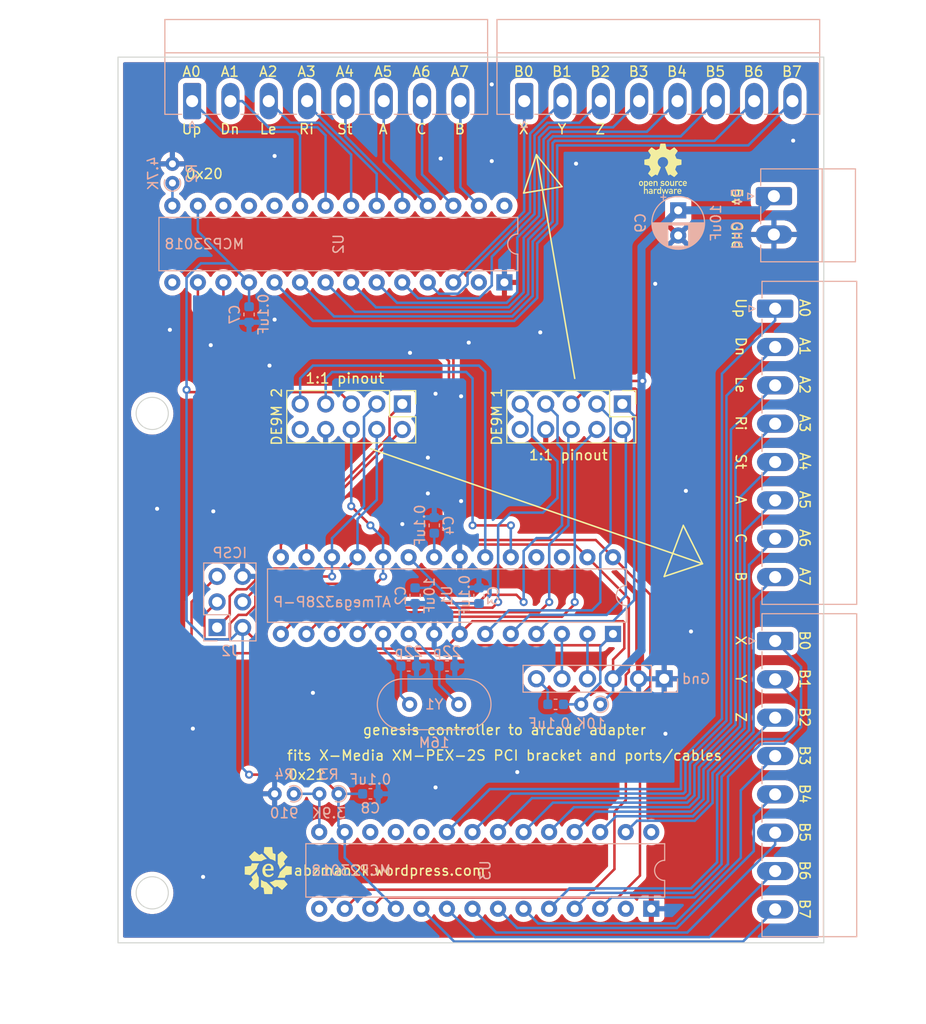
<source format=kicad_pcb>
(kicad_pcb (version 20211014) (generator pcbnew)
  (layers (0 "F.Cu" signal) (31 "B.Cu" signal) (34 "B.Paste" user) (35 "F.Paste" user) (36 "B.SilkS" user "B.Silkscreen") (37 "F.SilkS" user "F.Silkscreen") (38 "B.Mask" user) (39 "F.Mask" user) (44 "Edge.Cuts" user))
  (net 0 "")
  (net 1 "Net-(C1-Pad1)")
  (net 2 "{slash}RESET")
  (net 3 "+5V")
  (net 4 "GND")
  (net 5 "Net-(C4-Pad1)")
  (net 6 "Net-(C5-Pad1)")
  (net 7 "Net-(C6-Pad1)")
  (net 8 "Rx")
  (net 9 "Tx")
  (net 10 "D10")
  (net 11 "D2")
  (net 12 "D3")
  (net 13 "D4")
  (net 14 "D5")
  (net 15 "D6")
  (net 16 "D8")
  (net 17 "D7")
  (net 19 "D9")
  (net 20 "D11")
  (net 21 "D12")
  (net 22 "D13")
  (net 23 "A1")
  (net 24 "A0")
  (net 26 "Net-(J5-Pad1)")
  (net 27 "Net-(J5-Pad2)")
  (net 28 "Net-(J5-Pad3)")
  (net 29 "Net-(J5-Pad4)")
  (net 30 "Net-(J5-Pad5)")
  (net 31 "Net-(J5-Pad6)")
  (net 32 "Net-(J5-Pad7)")
  (net 33 "Net-(J5-Pad8)")
  (net 34 "Net-(J6-Pad1)")
  (net 35 "Net-(J6-Pad2)")
  (net 36 "Net-(J6-Pad3)")
  (net 37 "Net-(J6-Pad4)")
  (net 38 "Net-(J6-Pad5)")
  (net 39 "Net-(J6-Pad6)")
  (net 40 "Net-(J6-Pad7)")
  (net 41 "Net-(J6-Pad8)")
  (net 42 "Net-(J7-Pad1)")
  (net 43 "Net-(J7-Pad2)")
  (net 44 "Net-(J7-Pad3)")
  (net 45 "Net-(J7-Pad4)")
  (net 46 "Net-(J7-Pad5)")
  (net 47 "Net-(J7-Pad6)")
  (net 48 "Net-(J7-Pad7)")
  (net 49 "Net-(J7-Pad8)")
  (net 50 "Net-(J8-Pad1)")
  (net 51 "Net-(J8-Pad2)")
  (net 52 "Net-(J8-Pad3)")
  (net 53 "Net-(J8-Pad4)")
  (net 54 "Net-(J8-Pad5)")
  (net 55 "Net-(J8-Pad6)")
  (net 56 "Net-(J8-Pad7)")
  (net 57 "Net-(J8-Pad8)")
  (net 58 "Net-(R2-Pad1)")
  (net 59 "Net-(R3-Pad2)")
  (net 66 "SCL")
  (net 67 "SDA")
  (footprint "Evan's misc parts:Evan Logo" (layer "F.Cu") (at 131.445 139.065)
    (fp_text reference "G***" hide)
    (fp_text value "LOGO" hide)
  )
  (footprint "Evan's misc parts:OSHW gear" (layer "F.Cu") (at 170.688 69.342)
    (fp_text reference "G***" hide)
    (fp_text value "LOGO" hide)
  )
  (footprint "Connector_PinHeader_2.54mm:PinHeader_2x05_P2.54mm_Vertical" (layer "F.Cu") (at 166.66 92.71 -90)
    (fp_text reference "J3" hide)
    (fp_text value "DE9M 1")
  )
  (footprint "Connector_PinHeader_2.54mm:PinHeader_2x05_P2.54mm_Vertical" (layer "F.Cu") (at 144.78 92.71 -90)
    (fp_text reference "J4" hide)
    (fp_text value "DE9M 2")
  )
  (footprint "Connector_Phoenix_MC:PhoenixContact_MC_1,5_8-G-3.81_1x08_P3.81mm_Horizontal" (layer "B.Cu") (at 123.88 62.6225)
    (fp_text reference "J6" hide)
    (fp_text value "Conn_01x08")
  )
  (footprint "Connector_Phoenix_MC:PhoenixContact_MC_1,5_8-G-3.81_1x08_P3.81mm_Horizontal" (layer "B.Cu") (at 156.9 62.6225)
    (fp_text reference "J5" hide)
    (fp_text value "Conn_01x08")
  )
  (footprint "Connector_PinHeader_2.54mm:PinHeader_1x06_P2.54mm_Vertical" (layer "B.Cu") (at 170.815 120.015 90)
    (fp_text reference "J1" hide)
    (fp_text value "FTDI")
  )
  (footprint "Connector_Phoenix_MC:PhoenixContact_MC_1,5_8-G-3.81_1x08_P3.81mm_Horizontal" (layer "B.Cu") (at 181.8525 116.26 -90)
    (fp_text reference "J7" hide)
    (fp_text value "Conn_01x08")
  )
  (footprint "Capacitor_SMD:C_0603_1608Metric" (layer "B.Cu") (at 145.415 118.745)
    (fp_text reference "C5" hide)
    (fp_text value "22p")
  )
  (footprint "Package_DIP:DIP-28_W7.62mm" (layer "B.Cu") (at 169.535 142.865 90)
    (fp_text reference "U3")
    (fp_text value "MCP23018")
  )
  (footprint "Package_DIP:DIP-28_W7.62mm" (layer "B.Cu") (at 165.725 115.56 90)
    (fp_text reference "U1")
    (fp_text value "ATmega328P-P")
  )
  (footprint "Crystal:Crystal_HC49-U_Vertical" (layer "B.Cu") (at 145.505 122.555)
    (fp_text reference "Y1")
    (fp_text value "16M")
  )
  (footprint "Package_DIP:DIP-28_W7.62mm" (layer "B.Cu") (at 154.93 80.635 90)
    (fp_text reference "U2")
    (fp_text value "MCP23018")
  )
  (footprint "Resistor_THT:R_Axial_DIN0204_L3.6mm_D1.6mm_P1.90mm_Vertical" (layer "B.Cu") (at 164.465 122.555 180)
    (fp_text reference "R1" hide)
    (fp_text value "10K")
  )
  (footprint "Capacitor_SMD:C_0603_1608Metric" (layer "B.Cu") (at 129.54 83.82 -90)
    (fp_text reference "C7")
    (fp_text value "0.1uF")
  )
  (footprint "Connector_Phoenix_MC:PhoenixContact_MC_1,5_8-G-3.81_1x08_P3.81mm_Horizontal" (layer "B.Cu") (at 181.8525 83.24 -90)
    (fp_text reference "J8" hide)
    (fp_text value "Conn_01x08")
  )
  (footprint "Capacitor_SMD:C_0603_1608Metric" (layer "B.Cu") (at 147.955 104.775 90)
    (fp_text reference "C4")
    (fp_text value "0.1uF")
  )
  (footprint "Capacitor_SMD:C_0603_1608Metric" (layer "B.Cu") (at 141.605 131.445)
    (fp_text reference "C8")
    (fp_text value "0.1uF")
  )
  (footprint "Connector_PinHeader_2.54mm:PinHeader_2x03_P2.54mm_Vertical" (layer "B.Cu") (at 126.36 114.92)
    (fp_text reference "J2")
    (fp_text value "ICSP")
  )
  (footprint "Connector_Phoenix_MC:PhoenixContact_MC_1,5_2-G-3.81_1x02_P3.81mm_Horizontal" (layer "B.Cu") (at 181.7255 72.064 -90)
    (fp_text reference "J9" hide)
    (fp_text value "Conn_01x02")
  )
  (footprint "Resistor_THT:R_Axial_DIN0204_L3.6mm_D1.6mm_P1.90mm_Vertical" (layer "B.Cu") (at 138.43 131.445 180)
    (fp_text reference "R3")
    (fp_text value "3.9K")
  )
  (footprint "Capacitor_SMD:C_0603_1608Metric" (layer "B.Cu") (at 152.4 111.76 90)
    (fp_text reference "C3")
    (fp_text value "0.1uF")
  )
  (footprint "Capacitor_THT:CP_Radial_D5.0mm_P2.50mm" (layer "B.Cu") (at 172.212 73.470888 -90)
    (fp_text reference "C9")
    (fp_text value "10uF")
  )
  (footprint "Capacitor_SMD:C_0603_1608Metric" (layer "B.Cu") (at 149.225 118.745)
    (fp_text reference "C6" hide)
    (fp_text value "22p")
  )
  (footprint "Resistor_THT:R_Axial_DIN0204_L3.6mm_D1.6mm_P1.90mm_Vertical" (layer "B.Cu") (at 133.985 131.445 180)
    (fp_text reference "R4")
    (fp_text value "910")
  )
  (footprint "Capacitor_SMD:C_0603_1608Metric" (layer "B.Cu") (at 160.02 122.555)
    (fp_text reference "C1" hide)
    (fp_text value "0.1uF")
  )
  (footprint "Capacitor_SMD:C_0603_1608Metric" (layer "B.Cu") (at 146.05 111.76 -90)
    (fp_text reference "C2")
    (fp_text value "10uF")
  )
  (footprint "Resistor_THT:R_Axial_DIN0204_L3.6mm_D1.6mm_P1.90mm_Vertical" (layer "B.Cu") (at 121.92 70.755 90)
    (fp_text reference "R2")
    (fp_text value "4.7K")
  )
  (gr_line (start 160.655 71.12) (end 158.115 67.945) (layer "F.SilkS") (width 0.15))
  (gr_line (start 158.115 67.945) (end 156.845 71.755) (layer "F.SilkS") (width 0.15))
  (gr_line (start 156.845 71.755) (end 160.655 71.12) (layer "F.SilkS") (width 0.15))
  (gr_line (start 174.625 108.585) (end 172.72 104.775) (layer "F.SilkS") (width 0.15))
  (gr_line (start 161.925 90.17) (end 158.115 67.945) (layer "F.SilkS") (width 0.15))
  (gr_line (start 141.605 97.155) (end 174.625 108.585) (layer "F.SilkS") (width 0.15))
  (gr_line (start 172.72 104.775) (end 170.815 109.855) (layer "F.SilkS") (width 0.15))
  (gr_line (start 170.815 109.855) (end 174.625 108.585) (layer "F.SilkS") (width 0.15))
  (gr_line (start 186.69 146.25) (end 186.69 58.25) (layer "Edge.Cuts") (width 0.1))
  (gr_line (start 116.51 58.25) (end 116.51 146.25) (layer "Edge.Cuts") (width 0.1))
  (gr_circle (center 119.91 141.283333) (end 121.51 141.283333) (layer "Edge.Cuts") (width 0.1) (fill none))
  (gr_line (start 116.51 146.25) (end 186.69 146.25) (layer "Edge.Cuts") (width 0.1))
  (gr_circle (center 119.91 93.65) (end 121.51 93.65) (layer "Edge.Cuts") (width 0.1) (fill none))
  (gr_line (start 116.51 58.25) (end 186.69 58.25) (layer "Edge.Cuts") (width 0.1))
  (gr_text "Gnd" (at 173.99 120.015) (layer "B.SilkS") (effects (font (size 1 1)) (justify mirror)))
  (gr_text "5v" (at 178.054 72.136 -270) (layer "B.SilkS") (effects (font (size 1 1)) (justify mirror)))
  (gr_text "Gnd" (at 178.054 75.946 -270) (layer "B.SilkS") (effects (font (size 1 1)) (justify mirror)))
  (gr_text "B5" (at 175.895 59.69) (layer "F.SilkS") (effects (font (size 1 1))))
  (gr_text "B1" (at 184.785 120.015 270) (layer "F.SilkS") (effects (font (size 1 1))))
  (gr_text "A5" (at 142.875 59.69) (layer "F.SilkS") (effects (font (size 1 1))))
  (gr_text "B2" (at 184.785 123.825 270) (layer "F.SilkS") (effects (font (size 1 1))))
  (gr_text "B3" (at 184.785 127.635 270) (layer "F.SilkS") (effects (font (size 1 1))))
  (gr_text "B5" (at 184.785 135.255 270) (layer "F.SilkS") (effects (font (size 1 1))))
  (gr_text "A" (at 142.875 65.405) (layer "F.SilkS") (effects (font (size 1 1))))
  (gr_text "Le" (at 131.445 65.405) (layer "F.SilkS") (effects (font (size 1 1))))
  (gr_text "5v" (at 178.054 72.136 270) (layer "F.SilkS") (effects (font (size 1 1))))
  (gr_text "A4" (at 184.785 98.425 270) (layer "F.SilkS") (effects (font (size 1 1))))
  (gr_text "A0" (at 184.785 83.185 270) (layer "F.SilkS") (effects (font (size 1 1))))
  (gr_text "Z" (at 178.435 123.825 270) (layer "F.SilkS") (effects (font (size 1 1))))
  (gr_text "fits X-Media XM-PEX-2S PCI bracket and ports/cables" (at 154.94 127.635) (layer "F.SilkS") (effects (font (size 1 1))))
  (gr_text "A1" (at 184.785 86.995 270) (layer "F.SilkS") (effects (font (size 1 1))))
  (gr_text "Ri" (at 135.255 65.405) (layer "F.SilkS") (effects (font (size 1 1))))
  (gr_text "B4" (at 184.785 131.445 270) (layer "F.SilkS") (effects (font (size 1 1))))
  (gr_text "X" (at 178.435 116.205 270) (layer "F.SilkS") (effects (font (size 1 1))))
  (gr_text "A3" (at 135.255 59.69) (layer "F.SilkS") (effects (font (size 1 1))))
  (gr_text "Dn" (at 127.635 65.405) (layer "F.SilkS") (effects (font (size 1 1))))
  (gr_text "B6" (at 184.785 139.065 270) (layer "F.SilkS") (effects (font (size 1 1))))
  (gr_text "B3" (at 168.275 59.69) (layer "F.SilkS") (effects (font (size 1 1))))
  (gr_text "Ri" (at 178.435 94.615 270) (layer "F.SilkS") (effects (font (size 1 1))))
  (gr_text "Up" (at 178.435 83.185 270) (layer "F.SilkS") (effects (font (size 1 1))))
  (gr_text "A6" (at 146.685 59.69) (layer "F.SilkS") (effects (font (size 1 1))))
  (gr_text "Z" (at 164.465 65.405) (layer "F.SilkS") (effects (font (size 1 1))))
  (gr_text "Gnd" (at 178.054 75.946 270) (layer "F.SilkS") (effects (font (size 1 1))))
  (gr_text "1:1 pinout" (at 161.29 97.79) (layer "F.SilkS") (effects (font (size 1 1))))
  (gr_text "Dn" (at 178.435 86.995 270) (layer "F.SilkS") (effects (font (size 1 1))))
  (gr_text "A3" (at 184.785 94.615 270) (layer "F.SilkS") (effects (font (size 1 1))))
  (gr_text "B1" (at 160.655 59.69) (layer "F.SilkS") (effects (font (size 1 1))))
  (gr_text "B4" (at 172.085 59.69) (layer "F.SilkS") (effects (font (size 1 1))))
  (gr_text "B2" (at 164.465 59.69) (layer "F.SilkS") (effects (font (size 1 1))))
  (gr_text "0x21" (at 135.255 129.54) (layer "F.SilkS") (effects (font (size 1 1))))
  (gr_text "B0" (at 184.785 116.205 270) (layer "F.SilkS") (effects (font (size 1 1))))
  (gr_text "A7" (at 150.495 59.69) (layer "F.SilkS") (effects (font (size 1 1))))
  (gr_text "B" (at 150.495 65.405) (layer "F.SilkS") (effects (font (size 1 1))))
  (gr_text "A2" (at 184.785 90.805 270) (layer "F.SilkS") (effects (font (size 1 1))))
  (gr_text "A4" (at 139.065 59.69) (layer "F.SilkS") (effects (font (size 1 1))))
  (gr_text "genesis controller to arcade adapter" (at 154.94 125.095) (layer "F.SilkS") (effects (font (size 1 1))))
  (gr_text "Le" (at 178.435 90.805 270) (layer "F.SilkS") (effects (font (size 1 1))))
  (gr_text "St" (at 178.435 98.425 270) (layer "F.SilkS") (effects (font (size 1 1))))
  (gr_text "C" (at 178.435 106.045 270) (layer "F.SilkS") (effects (font (size 1 1))))
  (gr_text "Y" (at 178.435 120.015 270) (layer "F.SilkS") (effects (font (size 1 1))))
  (gr_text "Y" (at 160.655 65.405) (layer "F.SilkS") (effects (font (size 1 1))))
  (gr_text "X" (at 156.845 65.405) (layer "F.SilkS") (effects (font (size 1 1))))
  (gr_text "B" (at 178.435 109.855 270) (layer "F.SilkS") (effects (font (size 1 1))))
  (gr_text "abzman2k.wordpress.com" (at 143.51 139.065) (layer "F.SilkS") (effects (font (size 1 1))))
  (gr_text "B0" (at 156.845 59.69) (layer "F.SilkS") (effects (font (size 1 1))))
  (gr_text "A" (at 178.435 102.235 270) (layer "F.SilkS") (effects (font (size 1 1))))
  (gr_text "A6" (at 184.785 106.045 270) (layer "F.SilkS") (effects (font (size 1 1))))
  (gr_text "B7" (at 183.515 59.69) (layer "F.SilkS") (effects (font (size 1 1))))
  (gr_text "A0" (at 123.825 59.69) (layer "F.SilkS") (effects (font (size 1 1))))
  (gr_text "Up" (at 123.825 65.405) (layer "F.SilkS") (effects (font (size 1 1))))
  (gr_text "A7" (at 184.785 109.855 270) (layer "F.SilkS") (effects (font (size 1 1))))
  (gr_text "0x20" (at 125.095 69.85) (layer "F.SilkS") (effects (font (size 1 1))))
  (gr_text "C" (at 146.685 65.405) (layer "F.SilkS") (effects (font (size 1 1))))
  (gr_text "A5" (at 184.785 102.235 270) (layer "F.SilkS") (effects (font (size 1 1))))
  (gr_text "St" (at 139.065 65.405) (layer "F.SilkS") (effects (font (size 1 1))))
  (gr_text "B6" (at 179.705 59.69) (layer "F.SilkS") (effects (font (size 1 1))))
  (gr_text "A2" (at 131.445 59.69) (layer "F.SilkS") (effects (font (size 1 1))))
  (gr_text "B7" (at 184.785 142.875 270) (layer "F.SilkS") (effects (font (size 1 1))))
  (gr_text "A1" (at 127.635 59.69) (layer "F.SilkS") (effects (font (size 1 1))))
  (gr_text "1:1 pinout" (at 139.065 90.17) (layer "F.SilkS") (effects (font (size 1 1))))
  (segment (start 159.245 121.145) (end 159.245 122.555) (width 0.25) (layer "B.Cu") (net 1))
  (segment (start 158.115 120.015) (end 159.245 121.145) (width 0.25) (layer "B.Cu") (net 1))
  (segment (start 151.920489 116.684511) (end 164.600489 116.684511) (width 0.25) (layer "F.Cu") (net 2))
  (segment (start 124.46 117.475) (end 151.13 117.475) (width 0.25) (layer "F.Cu") (net 2))
  (segment (start 164.600489 116.684511) (end 165.725 115.56) (width 0.25) (layer "F.Cu") (net 2))
  (segment (start 123.825 116.84) (end 124.46 117.475) (width 0.25) (layer "F.Cu") (net 2))
  (segment (start 123.825 112.375) (end 123.825 116.84) (width 0.25) (layer "F.Cu") (net 2))
  (segment (start 126.36 109.84) (end 123.825 112.375) (width 0.25) (layer "F.Cu") (net 2))
  (segment (start 151.13 117.475) (end 151.920489 116.684511) (width 0.25) (layer "F.Cu") (net 2))
  (segment (start 164.465 116.82) (end 165.725 115.56) (width 0.25) (layer "B.Cu") (net 2))
  (segment (start 160.795 122.555) (end 162.31601 122.555) (width 0.25) (layer "B.Cu") (net 2))
  (segment (start 164.465 120.40601) (end 164.465 116.82) (width 0.25) (layer "B.Cu") (net 2))
  (segment (start 162.31601 122.555) (end 164.465 120.40601) (width 0.25) (layer "B.Cu") (net 2))
  (segment (start 131.00548 117.02548) (end 128.9 114.92) (width 0.25) (layer "F.Cu") (net 3))
  (segment (start 166.849511 114.435489) (end 166.714022 114.3) (width 0.25) (layer "F.Cu") (net 3))
  (segment (start 150.485 115.56) (end 149.01952 117.02548) (width 0.25) (layer "F.Cu") (net 3))
  (segment (start 138.525489 91.535489) (end 123.539489 91.535489) (width 0.25) (layer "F.Cu") (net 3))
  (segment (start 166.849511 116.995489) (end 166.849511 114.435489) (width 0.25) (layer "F.Cu") (net 3))
  (segment (start 149.01952 117.02548) (end 131.00548 117.02548) (width 0.25) (layer "F.Cu") (net 3))
  (segment (start 136.525 129.54) (end 138.43 131.445) (width 0.25) (layer "F.Cu") (net 3))
  (segment (start 163.866 90.424) (end 168.656 90.424) (width 0.25) (layer "F.Cu") (net 3))
  (segment (start 129.54 129.54) (end 136.525 129.54) (width 0.25) (layer "F.Cu") (net 3))
  (segment (start 151.745 114.3) (end 150.485 115.56) (width 0.25) (layer "F.Cu") (net 3))
  (segment (start 123.539489 91.535489) (end 123.444 91.44) (width 0.25) (layer "F.Cu") (net 3))
  (segment (start 166.714022 114.3) (end 151.745 114.3) (width 0.25) (layer "F.Cu") (net 3))
  (segment (start 161.58 92.71) (end 163.866 90.424) (width 0.25) (layer "F.Cu") (net 3))
  (segment (start 139.7 92.71) (end 138.525489 91.535489) (width 0.25) (layer "F.Cu") (net 3))
  (segment (start 165.735 120.015) (end 165.735 118.11) (width 0.25) (layer "F.Cu") (net 3))
  (segment (start 165.735 118.11) (end 166.849511 116.995489) (width 0.25) (layer "F.Cu") (net 3))
  (via (at 168.656 90.424) (size 0.8) (drill 0.4) (layers "F.Cu" "B.Cu") (net 3))
  (via (at 129.54 129.54) (size 0.8) (drill 0.4) (layers "F.Cu" "B.Cu") (net 3))
  (via (at 123.325489 91.304511) (size 0.8) (drill 0.4) (layers "F.Cu" "B.Cu") (net 3))
  (segment (start 128.9 114.92) (end 127.725489 116.094511) (width 0.25) (layer "B.Cu") (net 3))
  (segment (start 124.45 73.015) (end 124.45 75.555) (width 0.25) (layer "B.Cu") (net 3))
  (segment (start 124.45 75.555) (end 129.53 80.635) (width 0.25) (layer "B.Cu") (net 3))
  (segment (start 138.43 131.445) (end 140.83 131.445) (width 0.25) (layer "B.Cu") (net 3))
  (segment (start 168.559031 77.123857) (end 172.212 73.470888) (width 0.8) (layer "B.Cu") (net 3))
  (segment (start 124.7547 78.74) (end 127.635 78.74) (width 0.25) (layer "B.Cu") (net 3))
  (segment (start 147.46 110.985) (end 147.955 110.49) (width 0.25) (layer "B.Cu") (net 3))
  (segment (start 123.325489 80.169211) (end 124.7547 78.74) (width 0.25) (layer "B.Cu") (net 3))
  (segment (start 180.318612 73.470888) (end 181.7255 72.064) (width 0.8) (layer "B.Cu") (net 3))
  (segment (start 125.185489 116.094511) (end 123.325489 114.234511) (width 0.25) (layer "B.Cu") (net 3))
  (segment (start 139.055 137.785) (end 144.135 142.865) (width 0.25) (layer "B.Cu") (net 3))
  (segment (start 165.735 120.015) (end 168.559031 117.190969) (width 0.8) (layer "B.Cu") (net 3))
  (segment (start 172.212 73.470888) (end 180.318612 73.470888) (width 0.8) (layer "B.Cu") (net 3))
  (segment (start 150 112.535) (end 149.86 112.395) (width 0.25) (layer "B.Cu") (net 3))
  (segment (start 138.43 131.445) (end 138.43 134.62) (width 0.25) (layer "B.Cu") (net 3))
  (segment (start 139.055 135.245) (end 139.055 137.785) (width 0.25) (layer "B.Cu") (net 3))
  (segment (start 150.485 113.02) (end 150.485 115.56) (width 0.25) (layer "B.Cu") (net 3))
  (segment (start 168.559031 117.190969) (end 168.559031 77.123857) (width 0.8) (layer "B.Cu") (net 3))
  (segment (start 149.86 112.395) (end 150.485 113.02) (width 0.25) (layer "B.Cu") (net 3))
  (segment (start 129.54 80.645) (end 129.53 80.635) (width 0.25) (layer "B.Cu") (net 3))
  (segment (start 123.325489 114.234511) (end 123.325489 91.304511) (width 0.25) (layer "B.Cu") (net 3))
  (segment (start 127.725489 116.094511) (end 125.185489 116.094511) (width 0.25) (layer "B.Cu") (net 3))
  (segment (start 145.405 107.94) (end 147.955 110.49) (width 0.25) (layer "B.Cu") (net 3))
  (segment (start 129.54 83.045) (end 129.54 80.645) (width 0.25) (layer "B.Cu") (net 3))
  (segment (start 123.325489 91.304511) (end 123.325489 80.169211) (width 0.25) (layer "B.Cu") (net 3))
  (segment (start 165.735 121.285) (end 165.735 120.015) (width 0.25) (layer "B.Cu") (net 3))
  (segment (start 128.9 114.92) (end 128.9 128.9) (width 0.25) (layer "B.Cu") (net 3))
  (segment (start 138.43 134.62) (end 139.055 135.245) (width 0.25) (layer "B.Cu") (net 3))
  (segment (start 147.955 110.49) (end 149.86 112.395) (width 0.25) (layer "B.Cu") (net 3))
  (segment (start 152.4 112.535) (end 150 112.535) (width 0.25) (layer "B.Cu") (net 3))
  (segment (start 146.05 110.985) (end 147.46 110.985) (width 0.25) (layer "B.Cu") (net 3))
  (segment (start 164.465 122.555) (end 165.735 121.285) (width 0.25) (layer "B.Cu") (net 3))
  (segment (start 128.9 128.9) (end 129.54 129.54) (width 0.25) (layer "B.Cu") (net 3))
  (via (at 156.21 129.286) (size 0.8) (drill 0.4) (layers "F.Cu" "B.Cu") (net 4))
  (via (at 144.78 104.648) (size 0.8) (drill 0.4) (layers "F.Cu" "B.Cu") (net 4))
  (via (at 125.73 86.868) (size 0.8) (drill 0.4) (layers "F.Cu" "B.Cu") (net 4))
  (via (at 150.622 102.362) (size 0.8) (drill 0.4) (layers "F.Cu" "B.Cu") (net 4))
  (via (at 183.642 66.548) (size 0.8) (drill 0.4) (layers "F.Cu" "B.Cu") (net 4))
  (via (at 121.666 85.344) (size 0.8) (drill 0.4) (layers "F.Cu" "B.Cu") (net 4))
  (via (at 162.052 68.834) (size 0.8) (drill 0.4) (layers "F.Cu" "B.Cu") (net 4))
  (via (at 147.32 98.044) (size 0.8) (drill 0.4) (layers "F.Cu" "B.Cu") (net 4))
  (via (at 147.32 101.6) (size 0.8) (drill 0.4) (layers "F.Cu" "B.Cu") (net 4))
  (via (at 123.952 124.968) (size 0.8) (drill 0.4) (layers "F.Cu" "B.Cu") (net 4))
  (via (at 148.082 130.81) (size 0.8) (drill 0.4) (layers "F.Cu" "B.Cu") (net 4))
  (via (at 135.89 121.412) (size 0.8) (drill 0.4) (layers "F.Cu" "B.Cu") (net 4))
  (via (at 145.542 87.63) (size 0.8) (drill 0.4) (layers "F.Cu" "B.Cu") (net 4))
  (via (at 153.67 68.58) (size 0.8) (drill 0.4) (layers "F.Cu" "B.Cu") (net 4))
  (via (at 125.984 103.378) (size 0.8) (drill 0.4) (layers "F.Cu" "B.Cu") (net 4))
  (via (at 173.482 115.316) (size 0.8) (drill 0.4) (layers "F.Cu" "B.Cu") (net 4))
  (via (at 131.572 88.9) (size 0.8) (drill 0.4) (layers "F.Cu" "B.Cu") (net 4))
  (via (at 169.926 80.772) (size 0.8) (drill 0.4) (layers "F.Cu" "B.Cu") (net 4))
  (via (at 148.082 91.694) (size 0.8) (drill 0.4) (layers "F.Cu" "B.Cu") (net 4))
  (via (at 120.396 103.124) (size 0.8) (drill 0.4) (layers "F.Cu" "B.Cu") (net 4))
  (via (at 124.968 139.7) (size 0.8) (drill 0.4) (layers "F.Cu" "B.Cu") (net 4))
  (via (at 172.974 101.346) (size 0.8) (drill 0.4) (layers "F.Cu" "B.Cu") (net 4))
  (via (at 153.67 60.96) (size 0.8) (drill 0.4) (layers "F.Cu" "B.Cu") (net 4))
  (via (at 132.08 68.072) (size 0.8) (drill 0.4) (layers "F.Cu" "B.Cu") (net 4))
  (via (at 132.08 84.328) (size 0.8) (drill 0.4) (layers "F.Cu" "B.Cu") (net 4))
  (via (at 151.384 86.614) (size 0.8) (drill 0.4) (layers "F.Cu" "B.Cu") (net 4))
  (via (at 148.59 68.326) (size 0.8) (drill 0.4) (layers "F.Cu" "B.Cu") (net 4))
  (via (at 150.622 91.948) (size 0.8) (drill 0.4) (layers "F.Cu" "B.Cu") (net 4))
  (via (at 158.496 85.598) (size 0.8) (drill 0.4) (layers "F.Cu" "B.Cu") (net 4))
  (via (at 170.942 125.476) (size 0.8) (drill 0.4) (layers "F.Cu" "B.Cu") (net 4))
  (segment (start 147.955 105.55) (end 147.955 107.93) (width 0.25) (layer "B.Cu") (net 5))
  (segment (start 147.955 107.93) (end 147.945 107.94) (width 0.25) (layer "B.Cu") (net 5))
  (segment (start 144.64 118.745) (end 144.64 121.69) (width 0.25) (layer "B.Cu") (net 6))
  (segment (start 142.865 116.97) (end 144.64 118.745) (width 0.25) (layer "B.Cu") (net 6))
  (segment (start 142.865 115.56) (end 142.865 116.97) (width 0.25) (layer "B.Cu") (net 6))
  (segment (start 144.64 121.69) (end 145.505 122.555) (width 0.25) (layer "B.Cu") (net 6))
  (segment (start 148.45 118.745) (end 148.45 120.62) (width 0.25) (layer "B.Cu") (net 7))
  (segment (start 148.45 118.605) (end 148.45 118.745) (width 0.25) (layer "B.Cu") (net 7))
  (segment (start 148.45 120.62) (end 150.385 122.555) (width 0.25) (layer "B.Cu") (net 7))
  (segment (start 145.405 115.56) (end 148.45 118.605) (width 0.25) (layer "B.Cu") (net 7))
  (segment (start 163.185 115.56) (end 163.185 120.005) (width 0.25) (layer "B.Cu") (net 8))
  (segment (start 163.185 120.005) (end 163.195 120.015) (width 0.25) (layer "B.Cu") (net 8))
  (segment (start 160.645 120.005) (end 160.655 120.015) (width 0.25) (layer "B.Cu") (net 9))
  (segment (start 160.645 115.56) (end 160.645 120.005) (width 0.25) (layer "B.Cu") (net 9))
  (segment (start 135.245 104.785) (end 135.245 107.94) (width 0.25) (layer "F.Cu") (net 10))
  (segment (start 144.78 95.25) (end 135.245 104.785) (width 0.25) (layer "F.Cu") (net 10))
  (segment (start 167.834511 112.200489) (end 165.735 114.3) (width 0.25) (layer "B.Cu") (net 11))
  (segment (start 167.834511 93.884511) (end 167.834511 112.200489) (width 0.25) (layer "B.Cu") (net 11))
  (segment (start 166.66 92.71) (end 167.834511 93.884511) (width 0.25) (layer "B.Cu") (net 11))
  (segment (start 159.365 114.3) (end 158.105 115.56) (width 0.25) (layer "B.Cu") (net 11))
  (segment (start 165.735 114.3) (end 159.365 114.3) (width 0.25) (layer "B.Cu") (net 11))
  (segment (start 167.005 111.76) (end 167.005 95.595) (width 0.25) (layer "B.Cu") (net 12))
  (segment (start 165.1 113.665) (end 167.005 111.76) (width 0.25) (layer "B.Cu") (net 12))
  (segment (start 157.46 113.665) (end 165.1 113.665) (width 0.25) (layer "B.Cu") (net 12))
  (segment (start 167.005 95.595) (end 166.66 95.25) (width 0.25) (layer "B.Cu") (net 12))
  (segment (start 155.565 115.56) (end 157.46 113.665) (width 0.25) (layer "B.Cu") (net 12))
  (segment (start 165.485489 106.589211) (end 164.465 107.6097) (width 0.25) (layer "B.Cu") (net 13))
  (segment (start 155.36952 113.21548) (end 153.025 115.56) (width 0.25) (layer "B.Cu") (net 13))
  (segment (start 164.465 107.6097) (end 164.465 112.395) (width 0.25) (layer "B.Cu") (net 13))
  (segment (start 163.64452 113.21548) (end 155.36952 113.21548) (width 0.25) (layer "B.Cu") (net 13))
  (segment (start 165.485489 94.075489) (end 165.485489 106.589211) (width 0.25) (layer "B.Cu") (net 13))
  (segment (start 164.465 112.395) (end 163.64452 113.21548) (width 0.25) (layer "B.Cu") (net 13))
  (segment (start 164.12 92.71) (end 165.485489 94.075489) (width 0.25) (layer "B.Cu") (net 13))
  (segment (start 140.325 115.56) (end 142.03452 113.85048) (width 0.25) (layer "F.Cu") (net 14))
  (segment (start 161.925 112.58048) (end 161.925 112.395) (width 0.25) (layer "F.Cu") (net 14))
  (segment (start 160.655 113.85048) (end 161.925 112.58048) (width 0.25) (layer "F.Cu") (net 14))
  (segment (start 142.03452 113.85048) (end 160.655 113.85048) (width 0.25) (layer "F.Cu") (net 14))
  (via (at 161.925 112.395) (size 0.8) (drill 0.4) (layers "F.Cu" "B.Cu") (net 14))
  (segment (start 161.925 97.445) (end 164.12 95.25) (width 0.25) (layer "B.Cu") (net 14))
  (segment (start 161.925 112.395) (end 161.925 97.445) (width 0.25) (layer "B.Cu") (net 14))
  (segment (start 139.94404 113.40096) (end 158.37904 113.40096) (width 0.25) (layer "F.Cu") (net 15))
  (segment (start 137.785 115.56) (end 139.94404 113.40096) (width 0.25) (layer "F.Cu") (net 15))
  (segment (start 158.37904 113.40096) (end 159.385 112.395) (width 0.25) (layer "F.Cu") (net 15))
  (via (at 159.385 112.395) (size 0.8) (drill 0.4) (layers "F.Cu" "B.Cu") (net 15))
  (segment (start 161.29 95.54) (end 161.29 104.775) (width 0.25) (layer "B.Cu") (net 15))
  (segment (start 161.58 95.25) (end 161.29 95.54) (width 0.25) (layer "B.Cu") (net 15))
  (segment (start 161.29 104.775) (end 159.385 106.68) (width 0.25) (layer "B.Cu") (net 15))
  (segment (start 159.385 106.68) (end 159.385 112.395) (width 0.25) (layer "B.Cu") (net 15))
  (segment (start 156.845 112.395) (end 156.120489 111.670489) (width 0.25) (layer "F.Cu") (net 16))
  (segment (start 152.29308 112.50192) (end 135.76308 112.50192) (width 0.25) (layer "F.Cu") (net 16))
  (segment (start 135.76308 112.50192) (end 132.705 115.56) (width 0.25) (layer "F.Cu") (net 16))
  (segment (start 156.120489 111.670489) (end 153.124511 111.670489) (width 0.25) (layer "F.Cu") (net 16))
  (segment (start 153.124511 111.670489) (end 152.29308 112.50192) (width 0.25) (layer "F.Cu") (net 16))
  (via (at 156.845 112.395) (size 0.8) (drill 0.4) (layers "F.Cu" "B.Cu") (net 16))
  (segment (start 160.214511 93.884511) (end 160.214511 96.714511) (width 0.25) (layer "B.Cu") (net 16))
  (segment (start 160.214511 96.714511) (end 160.655 97.155) (width 0.25) (layer "B.Cu") (net 16))
  (segment (start 159.04 92.71) (end 160.214511 93.884511) (width 0.25) (layer "B.Cu") (net 16))
  (segment (start 159.384282 106.045) (end 158.115 106.045) (width 0.25) (layer "B.Cu") (net 16))
  (segment (start 160.655 104.774282) (end 159.384282 106.045) (width 0.25) (layer "B.Cu") (net 16))
  (segment (start 158.115 106.045) (end 156.845 107.315) (width 0.25) (layer "B.Cu") (net 16))
  (segment (start 156.845 107.315) (end 156.845 112.395) (width 0.25) (layer "B.Cu") (net 16))
  (segment (start 160.655 97.155) (end 160.655 104.774282) (width 0.25) (layer "B.Cu") (net 16))
  (segment (start 137.85356 112.95144) (end 153.74856 112.95144) (width 0.25) (layer "F.Cu") (net 17))
  (segment (start 153.74856 112.95144) (end 154.305 112.395) (width 0.25) (layer "F.Cu") (net 17))
  (segment (start 135.245 115.56) (end 137.85356 112.95144) (width 0.25) (layer "F.Cu") (net 17))
  (via (at 154.305 112.395) (size 0.8) (drill 0.4) (layers "F.Cu" "B.Cu") (net 17))
  (segment (start 157.674511 93.884511) (end 156.5 92.71) (width 0.25) (layer "B.Cu") (net 17))
  (segment (start 160.20548 102.04952) (end 160.20548 98.425) (width 0.25) (layer "B.Cu") (net 17))
  (segment (start 158.75 103.505) (end 160.20548 102.04952) (width 0.25) (layer "B.Cu") (net 17))
  (segment (start 157.674511 95.894031) (end 157.674511 93.884511) (width 0.25) (layer "B.Cu") (net 17))
  (segment (start 160.20548 98.425) (end 157.674511 95.894031) (width 0.25) (layer "B.Cu") (net 17))
  (segment (start 154.305 112.395) (end 154.305 104.775) (width 0.25) (layer "B.Cu") (net 17))
  (segment (start 154.305 104.775) (end 155.575 103.505) (width 0.25) (layer "B.Cu") (net 17))
  (segment (start 155.575 103.505) (end 158.75 103.505) (width 0.25) (layer "B.Cu") (net 17))
  (segment (start 143.51 93.98) (end 144.78 92.71) (width 0.25) (layer "F.Cu") (net 19))
  (segment (start 143.51 95.884282) (end 143.51 93.98) (width 0.25) (layer "F.Cu") (net 19))
  (segment (start 132.705 106.689282) (end 143.51 95.884282) (width 0.25) (layer "F.Cu") (net 19))
  (segment (start 132.705 107.94) (end 132.705 106.689282) (width 0.25) (layer "F.Cu") (net 19))
  (segment (start 131.425 109.855) (end 137.795 109.855) (width 0.25) (layer "F.Cu") (net 20))
  (segment (start 128.9 112.38) (end 131.425 109.855) (width 0.25) (layer "F.Cu") (net 20))
  (via (at 137.795 109.855) (size 0.8) (drill 0.4) (layers "F.Cu" "B.Cu") (net 20))
  (segment (start 140.97 102.869283) (end 137.785 106.054283) (width 0.25) (layer "B.Cu") (net 20))
  (segment (start 137.785 106.054283) (end 137.785 107.94) (width 0.25) (layer "B.Cu") (net 20))
  (segment (start 137.785 109.845) (end 137.795 109.855) (width 0.25) (layer "B.Cu") (net 20))
  (segment (start 137.785 107.94) (end 137.785 109.845) (width 0.25) (layer "B.Cu") (net 20))
  (segment (start 140.97 93.98) (end 140.97 102.869283) (width 0.25) (layer "B.Cu") (net 20))
  (segment (start 142.24 92.71) (end 140.97 93.98) (width 0.25) (layer "B.Cu") (net 20))
  (segment (start 130.175 110.22601) (end 129.27601 111.125) (width 0.25) (layer "F.Cu") (net 21))
  (segment (start 139.200489 109.064511) (end 130.965489 109.064511) (width 0.25) (layer "F.Cu") (net 21))
  (segment (start 127.615 111.813012) (end 127.615 113.665) (width 0.25) (layer "F.Cu") (net 21))
  (segment (start 129.27601 111.125) (end 128.303012 111.125) (width 0.25) (layer "F.Cu") (net 21))
  (segment (start 130.965489 109.064511) (end 130.175 109.855) (width 0.25) (layer "F.Cu") (net 21))
  (segment (start 130.175 109.855) (end 130.175 110.22601) (width 0.25) (layer "F.Cu") (net 21))
  (segment (start 140.325 107.94) (end 139.200489 109.064511) (width 0.25) (layer "F.Cu") (net 21))
  (segment (start 127.615 113.665) (end 126.36 114.92) (width 0.25) (layer "F.Cu") (net 21))
  (segment (start 128.303012 111.125) (end 127.615 111.813012) (width 0.25) (layer "F.Cu") (net 21))
  (segment (start 140.325 104.15) (end 140.325 107.94) (width 0.25) (layer "B.Cu") (net 21))
  (segment (start 142.24 102.235) (end 140.325 104.15) (width 0.25) (layer "B.Cu") (net 21))
  (segment (start 142.24 95.25) (end 142.24 102.235) (width 0.25) (layer "B.Cu") (net 21))
  (segment (start 127.635 114.52399) (end 127.635 115.994022) (width 0.25) (layer "F.Cu") (net 22))
  (segment (start 127.534511 116.094511) (end 125.185489 116.094511) (width 0.25) (layer "F.Cu") (net 22))
  (segment (start 129.27601 113.665) (end 128.49399 113.665) (width 0.25) (layer "F.Cu") (net 22))
  (segment (start 125.095 116.004022) (end 125.095 113.645) (width 0.25) (layer "F.Cu") (net 22))
  (segment (start 142.875 109.855) (end 142.150489 110.579511) (width 0.25) (layer "F.Cu") (net 22))
  (segment (start 128.49399 113.665) (end 127.635 114.52399) (width 0.25) (layer "F.Cu") (net 22))
  (segment (start 130.175 111.793012) (end 130.175 112.76601) (width 0.25) (layer "F.Cu") (net 22))
  (segment (start 141.605 104.775) (end 139.7 102.87) (width 0.25) (layer "F.Cu") (net 22))
  (segment (start 125.185489 116.094511) (end 125.095 116.004022) (width 0.25) (layer "F.Cu") (net 22))
  (segment (start 142.150489 110.579511) (end 131.388501 110.579511) (width 0.25) (layer "F.Cu") (net 22))
  (segment (start 130.175 112.76601) (end 129.27601 113.665) (width 0.25) (layer "F.Cu") (net 22))
  (segment (start 131.388501 110.579511) (end 130.175 111.793012) (width 0.25) (layer "F.Cu") (net 22))
  (segment (start 125.095 113.645) (end 126.36 112.38) (width 0.25) (layer "F.Cu") (net 22))
  (segment (start 127.635 115.994022) (end 127.534511 116.094511) (width 0.25) (layer "F.Cu") (net 22))
  (via (at 139.7 102.87) (size 0.8) (drill 0.4) (layers "F.Cu" "B.Cu") (net 22))
  (via (at 142.875 109.855) (size 0.8) (drill 0.4) (layers "F.Cu" "B.Cu") (net 22))
  (via (at 141.605 104.775) (size 0.8) (drill 0.4) (layers "F.Cu" "B.Cu") (net 22))
  (segment (start 139.7 102.87) (end 139.7 95.25) (width 0.25) (layer "B.Cu") (net 22))
  (segment (start 142.865 106.035) (end 141.605 104.775) (width 0.25) (layer "B.Cu") (net 22))
  (segment (start 142.865 107.94) (end 142.865 106.035) (width 0.25) (layer "B.Cu") (net 22))
  (segment (start 142.865 109.845) (end 142.875 109.855) (width 0.25) (layer "B.Cu") (net 22))
  (segment (start 142.865 107.94) (end 142.865 109.845) (width 0.25) (layer "B.Cu") (net 22))
  (segment (start 155.575 104.775) (end 151.765 104.775) (width 0.25) (layer "F.Cu") (net 23))
  (via (at 155.575 104.775) (size 0.8) (drill 0.4) (layers "F.Cu" "B.Cu") (net 23))
  (via (at 151.765 104.775) (size 0.8) (drill 0.4) (layers "F.Cu" "B.Cu") (net 23))
  (segment (start 137.795 89.535) (end 137.16 90.17) (width 0.25) (layer "B.Cu") (net 23))
  (segment (start 155.565 107.94) (end 155.565 104.785) (width 0.25) (layer "B.Cu") (net 23))
  (segment (start 151.765 104.775) (end 151.765 90.17) (width 0.25) (layer "B.Cu") (net 23))
  (segment (start 151.13 89.535) (end 137.795 89.535) (width 0.25) (layer "B.Cu") (net 23))
  (segment (start 151.765 90.17) (end 151.13 89.535) (width 0.25) (layer "B.Cu") (net 23))
  (segment (start 155.565 104.785) (end 155.575 104.775) (width 0.25) (layer "B.Cu") (net 23))
  (segment (start 137.16 90.17) (end 137.16 92.71) (width 0.25) (layer "B.Cu") (net 23))
  (segment (start 152.4 88.9) (end 135.89 88.9) (width 0.25) (layer "B.Cu") (net 24))
  (segment (start 134.62 90.17) (end 134.62 92.71) (width 0.25) (layer "B.Cu") (net 24))
  (segment (start 153.025 89.525) (end 152.4 88.9) (width 0.25) (layer "B.Cu") (net 24))
  (segment (start 135.89 88.9) (end 134.62 90.17) (width 0.25) (layer "B.Cu") (net 24))
  (segment (start 153.025 107.94) (end 153.025 89.525) (width 0.25) (layer "B.Cu") (net 24))
  (segment (start 156.9 73.585) (end 156.9 62.6225) (width 0.25) (layer "B.Cu") (net 26))
  (segment (start 149.85 80.635) (end 156.9 73.585) (width 0.25) (layer "B.Cu") (net 26))
  (segment (start 148.434511 81.759511) (end 150.315789 81.759511) (width 0.25) (layer "B.Cu") (net 27))
  (segment (start 147.31 80.635) (end 148.434511 81.759511) (width 0.25) (layer "B.Cu") (net 27))
  (segment (start 151.265489 80.809811) (end 151.265489 79.855229) (width 0.25) (layer "B.Cu") (net 27))
  (segment (start 150.315789 81.759511) (end 151.265489 80.809811) (width 0.25) (layer "B.Cu") (net 27))
  (segment (start 157.48 73.640717) (end 157.48 65.8525) (width 0.25) (layer "B.Cu") (net 27))
  (segment (start 157.48 65.8525) (end 160.71 62.6225) (width 0.25) (layer "B.Cu") (net 27))
  (segment (start 151.265489 79.855229) (end 157.48 73.640717) (width 0.25) (layer "B.Cu") (net 27))
  (segment (start 144.77 80.635) (end 146.344031 82.209031) (width 0.25) (layer "B.Cu") (net 28))
  (segment (start 159.198218 64.77) (end 162.3725 64.77) (width 0.25) (layer "B.Cu") (net 28))
  (segment (start 162.3725 64.77) (end 164.52 62.6225) (width 0.25) (layer "B.Cu") (net 28))
  (segment (start 153.67 80.9453) (end 153.67 78.086436) (width 0.25) (layer "B.Cu") (net 28))
  (segment (start 146.344031 82.209031) (end 152.406269 82.209031) (width 0.25) (layer "B.Cu") (net 28))
  (segment (start 152.406269 82.209031) (end 153.67 80.9453) (width 0.25) (layer "B.Cu") (net 28))
  (segment (start 157.92952 73.826914) (end 157.92952 66.038698) (width 0.25) (layer "B.Cu") (net 28))
  (segment (start 153.67 78.086436) (end 157.92952 73.826914) (width 0.25) (layer "B.Cu") (net 28))
  (segment (start 157.92952 66.038698) (end 159.198218 64.77) (width 0.25) (layer "B.Cu") (net 28))
  (segment (start 142.23 80.635) (end 144.253551 82.658551) (width 0.25) (layer "B.Cu") (net 29))
  (segment (start 158.37904 66.224896) (end 159.384416 65.21952) (width 0.25) (layer "B.Cu") (net 29))
  (segment (start 144.253551 82.658551) (end 155.155471 82.658551) (width 0.25) (layer "B.Cu") (net 29))
  (segment (start 156.21 76.182153) (end 158.37904 74.013111) (width 0.25) (layer "B.Cu") (net 29))
  (segment (start 156.21 81.604022) (end 156.21 76.182153) (width 0.25) (layer "B.Cu") (net 29))
  (segment (start 159.384416 65.21952) (end 165.73298 65.21952) (width 0.25) (layer "B.Cu") (net 29))
  (segment (start 155.155471 82.658551) (end 156.21 81.604022) (width 0.25) (layer "B.Cu") (net 29))
  (segment (start 165.73298 65.21952) (end 168.33 62.6225) (width 0.25) (layer "B.Cu") (net 29))
  (segment (start 158.37904 74.013111) (end 158.37904 66.224896) (width 0.25) (layer "B.Cu") (net 29))
  (segment (start 156.845 76.2) (end 158.828559 74.216441) (width 0.25) (layer "B.Cu") (net 30))
  (segment (start 169.09346 65.66904) (end 172.14 62.6225) (width 0.25) (layer "B.Cu") (net 30))
  (segment (start 139.69 80.635) (end 142.163071 83.108071) (width 0.25) (layer "B.Cu") (net 30))
  (segment (start 155.341669 83.108071) (end 156.845 81.60474) (width 0.25) (layer "B.Cu") (net 30))
  (segment (start 156.845 81.60474) (end 156.845 76.2) (width 0.25) (layer "B.Cu") (net 30))
  (segment (start 159.570614 65.66904) (end 169.09346 65.66904) (width 0.25) (layer "B.Cu") (net 30))
  (segment (start 142.163071 83.108071) (end 155.341669 83.108071) (width 0.25) (layer "B.Cu") (net 30))
  (segment (start 158.828559 66.411095) (end 159.570614 65.66904) (width 0.25) (layer "B.Cu") (net 30))
  (segment (start 158.828559 74.216441) (end 158.828559 66.411095) (width 0.25) (layer "B.Cu") (net 30))
  (segment (start 159.278079 66.597293) (end 159.756812 66.11856) (width 0.25) (layer "B.Cu") (net 31))
  (segment (start 155.527866 83.557591) (end 157.29452 81.790937) (width 0.25) (layer "B.Cu") (net 31))
  (segment (start 157.29452 81.790937) (end 157.29452 76.386198) (width 0.25) (layer "B.Cu") (net 31))
  (segment (start 159.278079 74.402638) (end 159.278079 66.597293) (width 0.25) (layer "B.Cu") (net 31))
  (segment (start 159.756812 66.11856) (end 172.45394 66.11856) (width 0.25) (layer "B.Cu") (net 31))
  (segment (start 172.45394 66.11856) (end 175.95 62.6225) (width 0.25) (layer "B.Cu") (net 31))
  (segment (start 157.29452 76.386198) (end 159.278079 74.402638) (width 0.25) (layer "B.Cu") (net 31))
  (segment (start 137.15 80.635) (end 140.072591 83.557591) (width 0.25) (layer "B.Cu") (net 31))
  (segment (start 140.072591 83.557591) (end 155.527866 83.557591) (width 0.25) (layer "B.Cu") (net 31))
  (segment (start 157.74404 76.572396) (end 159.727599 74.588835) (width 0.25) (layer "B.Cu") (net 32))
  (segment (start 175.81442 66.56808) (end 179.76 62.6225) (width 0.25) (layer "B.Cu") (net 32))
  (segment (start 137.982111 84.007111) (end 155.714063 84.007111) (width 0.25) (layer "B.Cu") (net 32))
  (segment (start 159.94301 66.56808) (end 173.88308 66.56808) (width 0.25) (layer "B.Cu") (net 32))
  (segment (start 155.714063 84.007111) (end 157.74404 81.977134) (width 0.25) (layer "B.Cu") (net 32))
  (segment (start 159.727599 74.588835) (end 159.727599 66.783491) (width 0.25) (layer "B.Cu") (net 32))
  (segment (start 157.74404 81.977134) (end 157.74404 76.572396) (width 0.25) (layer "B.Cu") (net 32))
  (segment (start 173.88308 66.56808) (end 175.81442 66.56808) (width 0.25) (layer "B.Cu") (net 32))
  (segment (start 159.727599 66.783491) (end 159.94301 66.56808) (width 0.25) (layer "B.Cu") (net 32))
  (segment (start 134.61 80.635) (end 137.982111 84.007111) (width 0.25) (layer "B.Cu") (net 32))
  (segment (start 160.177119 67.0176) (end 179.1749 67.0176) (width 0.25) (layer "B.Cu") (net 33))
  (segment (start 158.19356 82.163331) (end 158.19356 76.758593) (width 0.25) (layer "B.Cu") (net 33))
  (segment (start 135.891631 84.456631) (end 155.90026 84.456631) (width 0.25) (layer "B.Cu") (net 33))
  (segment (start 179.1749 67.0176) (end 183.57 62.6225) (width 0.25) (layer "B.Cu") (net 33))
  (segment (start 160.177118 74.775035) (end 160.177119 67.0176) (width 0.25) (layer "B.Cu") (net 33))
  (segment (start 132.07 80.635) (end 135.891631 84.456631) (width 0.25) (layer "B.Cu") (net 33))
  (segment (start 155.90026 84.456631) (end 158.19356 82.163331) (width 0.25) (layer "B.Cu") (net 33))
  (segment (start 158.19356 76.758593) (end 160.177118 74.775035) (width 0.25) (layer "B.Cu") (net 33))
  (segment (start 126.92654 65.66904) (end 123.88 62.6225) (width 0.25) (layer "B.Cu") (net 34))
  (segment (start 134.61 73.015) (end 134.61 66.03) (width 0.25) (layer "B.Cu") (net 34))
  (segment (start 134.24904 65.66904) (end 126.92654 65.66904) (width 0.25) (layer "B.Cu") (net 34))
  (segment (start 134.61 66.03) (end 134.24904 65.66904) (width 0.25) (layer "B.Cu") (net 34))
  (segment (start 128.868268 62.6225) (end 127.69 62.6225) (width 0.25) (layer "B.Cu") (net 35))
  (segment (start 136.337366 65.21952) (end 131.465288 65.21952) (width 0.25) (layer "B.Cu") (net 35))
  (segment (start 131.465288 65.21952) (end 128.868268 62.6225) (width 0.25) (layer "B.Cu") (net 35))
  (segment (start 137.15 73.015) (end 137.15 66.032154) (width 0.25) (layer "B.Cu") (net 35))
  (segment (start 137.15 66.032154) (end 136.337366 65.21952) (width 0.25) (layer "B.Cu") (net 35))
  (segment (start 139.69 67.936436) (end 136.523564 64.77) (width 0.25) (layer "B.Cu") (net 36))
  (segment (start 133.6475 64.77) (end 131.5 62.6225) (width 0.25) (layer "B.Cu") (net 36))
  (segment (start 139.69 73.015) (end 139.69 67.936436) (width 0.25) (layer "B.Cu") (net 36))
  (segment (start 136.523564 64.77) (end 133.6475 64.77) (width 0.25) (layer "B.Cu") (net 36))
  (segment (start 142.23 73.015) (end 142.23 69.840718) (width 0.25) (layer "B.Cu") (net 37))
  (segment (start 135.31 62.920718) (end 135.31 62.6225) (width 0.25) (layer "B.Cu") (net 37))
  (segment (start 142.23 69.840718) (end 135.31 62.920718) (width 0.25) (layer "B.Cu") (net 37))
  (segment (start 144.77 73.015) (end 144.77 71.745) (width 0.25) (layer "B.Cu") (net 38))
  (segment (start 144.77 71.745) (end 139.12 66.095) (width 0.25) (layer "B.Cu") (net 38))
  (segment (start 139.12 66.095) (end 139.12 62.6225) (width 0.25) (layer "B.Cu") (net 38))
  (segment (start 142.93 68.635) (end 142.93 62.6225) (width 0.25) (layer "B.Cu") (net 39))
  (segment (start 147.31 73.015) (end 142.93 68.635) (width 0.25) (layer "B.Cu") (net 39))
  (segment (start 146.74 69.905) (end 149.85 73.015) (width 0.25) (layer "B.Cu") (net 40))
  (segment (start 146.74 62.6225) (end 146.74 69.905) (width 0.25) (layer "B.Cu") (net 40))
  (segment (start 150.55 71.175) (end 150.55 62.6225) (width 0.25) (layer "B.Cu") (net 41))
  (segment (start 152.39 73.015) (end 150.55 71.175) (width 0.25) (layer "B.Cu") (net 41))
  (segment (start 177.162492 129.748276) (end 180.445288 126.46548) (width 0.25) (layer "B.Cu") (net 42))
  (segment (start 184.42654 118.83404) (end 181.8525 116.26) (width 0.25) (layer "B.Cu") (net 42))
  (segment (start 173.849495 141.740489) (end 177.162492 138.427492) (width 0.25) (layer "B.Cu") (net 42))
  (segment (start 180.445288 126.46548) (end 182.780237 126.46548) (width 0.25) (layer "B.Cu") (net 42))
  (segment (start 177.162492 138.427492) (end 177.162492 129.748276) (width 0.25) (layer "B.Cu") (net 42))
  (segment (start 184.42654 124.819177) (end 184.42654 118.83404) (width 0.25) (layer "B.Cu") (net 42))
  (segment (start 164.455 142.865) (end 165.579511 141.740489) (width 0.25) (layer "B.Cu") (net 42))
  (segment (start 165.579511 141.740489) (end 173.849495 141.740489) (width 0.25) (layer "B.Cu") (net 42))
  (segment (start 182.780237 126.46548) (end 184.42654 124.819177) (width 0.25) (layer "B.Cu") (net 42))
  (segment (start 183.97702 122.19452) (end 181.8525 120.07) (width 0.25) (layer "B.Cu") (net 43))
  (segment (start 183.97702 124.63298) (end 183.97702 122.19452) (width 0.25) (layer "B.Cu") (net 43))
  (segment (start 176.524266 138.43) (end 176.524266 129.750785) (width 0.25) (layer "B.Cu") (net 43))
  (segment (start 161.915 142.865) (end 163.489031 141.290969) (width 0.25) (layer "B.Cu") (net 43))
  (segment (start 173.663297 141.290969) (end 176.524266 138.43) (width 0.25) (layer "B.Cu") (net 43))
  (segment (start 180.125025 126.150025) (end 180.259091 126.01596) (width 0.25) (layer "B.Cu") (net 43))
  (segment (start 163.489031 141.290969) (end 173.663297 141.290969) (width 0.25) (layer "B.Cu") (net 43))
  (segment (start 182.59404 126.01596) (end 183.97702 124.63298) (width 0.25) (layer "B.Cu") (net 43))
  (segment (start 176.524266 129.750785) (end 180.125025 126.150025) (width 0.25) (layer "B.Cu") (net 43))
  (segment (start 180.259091 126.01596) (end 182.59404 126.01596) (width 0.25) (layer "B.Cu") (net 43))
  (segment (start 181.759334 123.88) (end 181.8525 123.88) (width 0.25) (layer "B.Cu") (net 44))
  (segment (start 176.074746 129.564588) (end 181.759334 123.88) (width 0.25) (layer "B.Cu") (net 44))
  (segment (start 161.398551 140.841449) (end 173.477099 140.841449) (width 0.25) (layer "B.Cu") (net 44))
  (segment (start 173.477099 140.841449) (end 176.074746 138.243802) (width 0.25) (layer "B.Cu") (net 44))
  (segment (start 176.074746 138.243802) (end 176.074746 129.564588) (width 0.25) (layer "B.Cu") (net 44))
  (segment (start 159.375 142.865) (end 161.398551 140.841449) (width 0.25) (layer "B.Cu") (net 44))
  (segment (start 178.432851 137.792851) (end 178.432851 131.109649) (width 0.25) (layer "B.Cu") (net 45))
  (segment (start 156.835 142.865) (end 158.2969 144.3269) (width 0.25) (layer "B.Cu") (net 45))
  (segment (start 171.898802 144.3269) (end 178.432851 137.792851) (width 0.25) (layer "B.Cu") (net 45))
  (segment (start 158.2969 144.3269) (end 171.898802 144.3269) (width 0.25) (layer "B.Cu") (net 45))
  (segment (start 178.432851 131.109649) (end 181.8525 127.69) (width 0.25) (layer "B.Cu") (net 45))
  (segment (start 172.085 144.77642) (end 179.72798 137.13344) (width 0.25) (layer "B.Cu") (net 46))
  (segment (start 156.20642 144.77642) (end 172.085 144.77642) (width 0.25) (layer "B.Cu") (net 46))
  (segment (start 179.72798 137.13344) (end 179.72798 133.62452) (width 0.25) (layer "B.Cu") (net 46))
  (segment (start 154.295 142.865) (end 156.20642 144.77642) (width 0.25) (layer "B.Cu") (net 46))
  (segment (start 179.72798 133.62452) (end 181.8525 131.5) (width 0.25) (layer "B.Cu") (net 46))
  (segment (start 181.8525 136.488268) (end 181.8525 135.31) (width 0.25) (layer "B.Cu") (net 47))
  (segment (start 173.114828 145.22594) (end 181.8525 136.488268) (width 0.25) (layer "B.Cu") (net 47))
  (segment (start 151.755 142.865) (end 154.11594 145.22594) (width 0.25) (layer "B.Cu") (net 47))
  (segment (start 154.11594 145.22594) (end 173.114828 145.22594) (width 0.25) (layer "B.Cu") (net 47))
  (segment (start 175.29704 145.67546) (end 181.8525 139.12) (width 0.25) (layer "B.Cu") (net 48))
  (segment (start 149.215 142.865) (end 152.02546 145.67546) (width 0.25) (layer "B.Cu") (net 48))
  (segment (start 152.02546 145.67546) (end 175.29704 145.67546) (width 0.25) (layer "B.Cu") (net 48))
  (segment (start 178.65752 146.12498) (end 181.8525 142.93) (width 0.25) (layer "B.Cu") (net 49))
  (segment (start 146.675 142.865) (end 149.93498 146.12498) (width 0.25) (layer "B.Cu") (net 49))
  (segment (start 149.93498 146.12498) (end 178.65752 146.12498) (width 0.25) (layer "B.Cu") (net 49))
  (segment (start 176.55836 89.712408) (end 181.8525 84.418268) (width 0.25) (layer "B.Cu") (net 50))
  (segment (start 172.478586 130.973849) (end 172.478586 128.075011) (width 0.25) (layer "B.Cu") (net 50))
  (segment (start 176.55836 123.995235) (end 176.55836 89.712408) (width 0.25) (layer "B.Cu") (net 50))
  (segment (start 181.8525 84.418268) (end 181.8525 83.24) (width 0.25) (layer "B.Cu") (net 50))
  (segment (start 153.486151 130.973849) (end 172.478586 130.973849) (width 0.25) (layer "B.Cu") (net 50))
  (segment (start 149.215 135.245) (end 153.486151 130.973849) (width 0.25) (layer "B.Cu") (net 50))
  (segment (start 172.478586 128.075011) (end 176.55836 123.995235) (width 0.25) (layer "B.Cu") (net 50))
  (segment (start 172.737323 131.423369) (end 172.928106 131.232586) (width 0.25) (layer "B.Cu") (net 51))
  (segment (start 172.928106 131.232586) (end 172.928106 128.261208) (width 0.25) (layer "B.Cu") (net 51))
  (segment (start 172.928106 128.261208) (end 177.00788 124.181433) (width 0.25) (layer "B.Cu") (net 51))
  (segment (start 155.576631 131.423369) (end 172.737323 131.423369) (width 0.25) (layer "B.Cu") (net 51))
  (segment (start 177.00788 124.181433) (end 177.00788 91.89462) (width 0.25) (layer "B.Cu") (net 51))
  (segment (start 151.755 135.245) (end 155.576631 131.423369) (width 0.25) (layer "B.Cu") (net 51))
  (segment (start 177.00788 91.89462) (end 181.8525 87.05) (width 0.25) (layer "B.Cu") (net 51))
  (segment (start 157.667111 131.872889) (end 172.923521 131.872889) (width 0.25) (layer "B.Cu") (net 52))
  (segment (start 177.4574 124.36763) (end 177.4574 95.2551) (width 0.25) (layer "B.Cu") (net 52))
  (segment (start 177.4574 95.2551) (end 181.8525 90.86) (width 0.25) (layer "B.Cu") (net 52))
  (segment (start 172.923521 131.872889) (end 173.377626 131.418784) (width 0.25) (layer "B.Cu") (net 52))
  (segment (start 173.377626 128.447404) (end 177.4574 124.36763) (width 0.25) (layer "B.Cu") (net 52))
  (segment (start 154.295 135.245) (end 157.667111 131.872889) (width 0.25) (layer "B.Cu") (net 52))
  (segment (start 173.377626 131.418784) (end 173.377626 128.447404) (width 0.25) (layer "B.Cu") (net 52))
  (segment (start 177.90692 124.553828) (end 177.90692 98.61558) (width 0.25) (layer "B.Cu") (net 53))
  (segment (start 177.90692 98.61558) (end 181.8525 94.67) (width 0.25) (layer "B.Cu") (net 53))
  (segment (start 173.827146 128.633602) (end 177.90692 124.553828) (width 0.25) (layer "B.Cu") (net 53))
  (segment (start 156.835 135.245) (end 159.757591 132.322409) (width 0.25) (layer "B.Cu") (net 53))
  (segment (start 173.109719 132.322409) (end 173.827146 131.604982) (width 0.25) (layer "B.Cu") (net 53))
  (segment (start 173.827146 131.604982) (end 173.827146 128.633602) (width 0.25) (layer "B.Cu") (net 53))
  (segment (start 159.757591 132.322409) (end 173.109719 132.322409) (width 0.25) (layer "B.Cu") (net 53))
  (segment (start 178.35644 101.97606) (end 181.8525 98.48) (width 0.25) (layer "B.Cu") (net 54))
  (segment (start 178.35644 124.740022) (end 178.35644 101.97606) (width 0.25) (layer "B.Cu") (net 54))
  (segment (start 174.276666 128.819799) (end 178.35644 124.740022) (width 0.25) (layer "B.Cu") (net 54))
  (segment (start 159.375 135.245) (end 161.848071 132.771929) (width 0.25) (layer "B.Cu") (net 54))
  (segment (start 161.848071 132.771929) (end 173.295917 132.771929) (width 0.25) (layer "B.Cu") (net 54))
  (segment (start 173.295917 132.771929) (end 174.276666 131.79118) (width 0.25) (layer "B.Cu") (net 54))
  (segment (start 174.276666 131.79118) (end 174.276666 128.819799) (width 0.25) (layer "B.Cu") (net 54))
  (segment (start 161.915 135.245) (end 163.938551 133.221449) (width 0.25) (layer "B.Cu") (net 55))
  (segment (start 163.938551 133.221449) (end 173.482115 133.221449) (width 0.25) (layer "B.Cu") (net 55))
  (segment (start 173.482115 133.221449) (end 174.726186 131.977378) (width 0.25) (layer "B.Cu") (net 55))
  (segment (start 174.726186 129.005996) (end 178.80596 124.92622) (width 0.25) (layer "B.Cu") (net 55))
  (segment (start 174.726186 131.977378) (end 174.726186 129.005996) (width 0.25) (layer "B.Cu") (net 55))
  (segment (start 178.80596 124.92622) (end 178.80596 105.33654) (width 0.25) (layer "B.Cu") (net 55))
  (segment (start 178.80596 105.33654) (end 181.8525 102.29) (width 0.25) (layer "B.Cu") (net 55))
  (segment (start 179.25548 108.69702) (end 181.8525 106.1) (width 0.25) (layer "B.Cu") (net 56))
  (segment (start 164.455 135.245) (end 166.029031 133.670969) (width 0.25) (layer "B.Cu") (net 56))
  (segment (start 175.175706 129.192193) (end 179.25548 125.112418) (width 0.25) (layer "B.Cu") (net 56))
  (segment (start 175.175706 132.163576) (end 175.175706 129.192193) (width 0.25) (layer "B.Cu") (net 56))
  (segment (start 173.668313 133.670969) (end 175.175706 132.163576) (width 0.25) (layer "B.Cu") (net 56))
  (segment (start 179.25548 125.112418) (end 179.25548 108.69702) (width 0.25) (layer "B.Cu") (net 56))
  (segment (start 166.029031 133.670969) (end 173.668313 133.670969) (width 0.25) (layer "B.Cu") (net 56))
  (segment (start 179.705 125.298616) (end 179.705 112.0575) (width 0.25) (layer "B.Cu") (net 57))
  (segment (start 175.625226 132.349774) (end 175.625226 129.37839) (width 0.25) (layer "B.Cu") (net 57))
  (segment (start 173.854511 134.120489) (end 175.625226 132.349774) (width 0.25) (layer "B.Cu") (net 57))
  (segment (start 168.119511 134.120489) (end 173.854511 134.120489) (width 0.25) (layer "B.Cu") (net 57))
  (segment (start 175.625226 129.37839) (end 179.705 125.298616) (width 0.25) (layer "B.Cu") (net 57))
  (segment (start 179.705 112.0575) (end 181.8525 109.91) (width 0.25) (layer "B.Cu") (net 57))
  (segment (start 166.995 135.245) (end 168.119511 134.120489) (width 0.25) (layer "B.Cu") (net 57))
  (segment (start 121.92 73.005) (end 121.91 73.015) (width 0.25) (layer "B.Cu") (net 58))
  (segment (start 121.92 70.755) (end 121.92 73.005) (width 0.25) (layer "B.Cu") (net 58))
  (segment (start 133.985 131.445) (end 136.53 131.445) (width 0.25) (layer "B.Cu") (net 59))
  (segment (start 136.53 131.445) (end 136.53 135.23) (width 0.25) (layer "B.Cu") (net 59))
  (segment (start 136.53 135.23) (end 136.515 135.245) (width 0.25) (layer "B.Cu") (net 59))
  (segment (start 168.410489 139.564511) (end 168.410489 121.784511) (width 0.25) (layer "F.Cu") (net 66))
  (segment (start 147.955 86.36) (end 149.86 88.265) (width 0.25) (layer "F.Cu") (net 66))
  (segment (start 149.86 104.775) (end 151.31548 106.23048) (width 0.25) (layer "F.Cu") (net 66))
  (segment (start 126.99 80.635) (end 126.99 85.08) (width 0.25) (layer "F.Cu") (net 66))
  (segment (start 142.719511 141.740489) (end 166.234511 141.740489) (width 0.25) (layer "F.Cu") (net 66))
  (segment (start 168.410489 121.784511) (end 169.449511 120.745489) (width 0.25) (layer "F.Cu") (net 66))
  (segment (start 151.31548 106.23048) (end 164.01548 106.23048) (width 0.25) (layer "F.Cu") (net 66))
  (segment (start 128.27 86.36) (end 147.955 86.36) (width 0.25) (layer "F.Cu") (net 66))
  (segment (start 164.01548 106.23048) (end 165.725 107.94) (width 0.25) (layer "F.Cu") (net 66))
  (segment (start 169.449511 120.745489) (end 169.449511 111.664511) (width 0.25) (layer "F.Cu") (net 66))
  (segment (start 126.99 85.08) (end 128.27 86.36) (width 0.25) (layer "F.Cu") (net 66))
  (segment (start 149.86 88.265) (end 149.86 104.775) (width 0.25) (layer "F.Cu") (net 66))
  (segment (start 141.595 142.865) (end 142.719511 141.740489) (width 0.25) (layer "F.Cu") (net 66))
  (segment (start 169.449511 111.664511) (end 165.725 107.94) (width 0.25) (layer "F.Cu") (net 66))
  (segment (start 166.234511 141.740489) (end 168.410489 139.564511) (width 0.25) (layer "F.Cu") (net 66))
  (segment (start 124.45 80.635) (end 124.45 83.175717) (width 0.25) (layer "F.Cu") (net 67))
  (segment (start 149.41048 104.961197) (end 151.129283 106.68) (width 0.25) (layer "F.Cu") (net 67))
  (segment (start 151.129283 106.68) (end 161.925 106.68) (width 0.25) (layer "F.Cu") (net 67))
  (segment (start 140.95 140.97) (end 163.83 140.97) (width 0.25) (layer "F.Cu") (net 67))
  (segment (start 167.299031 119.329959) (end 167.299031 112.054031) (width 0.25) (layer "F.Cu") (net 67))
  (segment (start 147.768802 86.80952) (end 149.41048 88.451198) (width 0.25) (layer "F.Cu") (net 67))
  (segment (start 128.083803 86.80952) (end 147.768802 86.80952) (width 0.25) (layer "F.Cu") (net 67))
  (segment (start 167.299031 112.054031) (end 163.185 107.94) (width 0.25) (layer "F.Cu") (net 67))
  (segment (start 139.055 142.865) (end 140.95 140.97) (width 0.25) (layer "F.Cu") (net 67))
  (segment (start 161.925 106.68) (end 163.185 107.94) (width 0.25) (layer "F.Cu") (net 67))
  (segment (start 163.83 140.97) (end 165.870489 138.929511) (width 0.25) (layer "F.Cu") (net 67))
  (segment (start 167.005 119.62399) (end 167.299031 119.329959) (width 0.25) (layer "F.Cu") (net 67))
  (segment (start 149.41048 88.451198) (end 149.41048 104.961197) (width 0.25) (layer "F.Cu") (net 67))
  (segment (start 167.005 132.08) (end 167.005 119.62399) (width 0.25) (layer "F.Cu") (net 67))
  (segment (start 165.870489 133.214511) (end 167.005 132.08) (width 0.25) (layer "F.Cu") (net 67))
  (segment (start 124.45 83.175717) (end 128.083803 86.80952) (width 0.25) (layer "F.Cu") (net 67))
  (segment (start 165.870489 138.929511) (end 165.870489 133.214511) (width 0.25) (layer "F.Cu") (net 67))
  (zone (net 4) (net_name "GND") (layers F&B.Cu) (connect_pads (clearance 0.508)) (min_thickness 0.254) (fill yes (thermal_gap 0.508) (thermal_bridge_width 0.508))
    (polygon (pts (xy 194.945 152.4) (xy 104.775 154.305) (xy 109.855 54.61) (xy 196.85 52.705)))
  )
)
</source>
